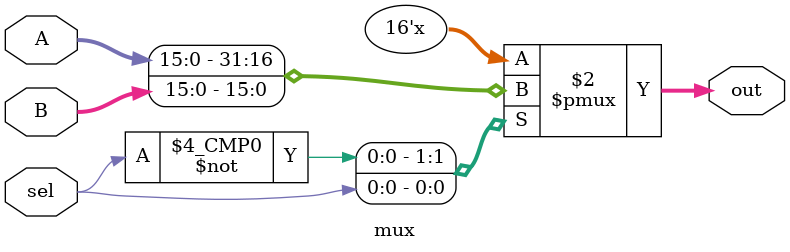
<source format=sv>
`timescale 1ns / 1ps

module mux #(parameter width = 16)(
    input logic  sel,
    input   logic [width - 1:0] A,B,
    output  logic [width - 1:0] out
    );
    
    always_comb begin 
        case (sel)
            1'b0: out = A;
            1'b1: out = B;
        endcase
    end
endmodule


</source>
